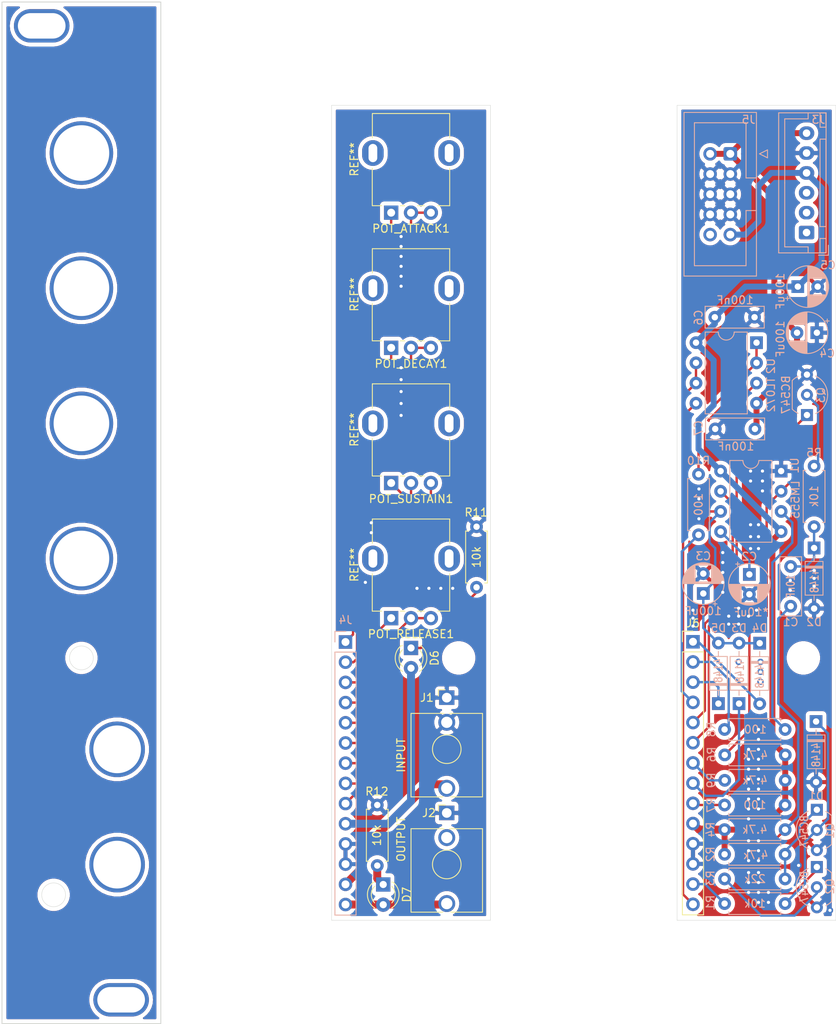
<source format=kicad_pcb>
(kicad_pcb (version 20171130) (host pcbnew 5.1.9+dfsg1-1~bpo10+1)
  (layers (0 F.Cu signal) (31 B.Cu signal hide) (34 B.Paste user hide) (35 F.Paste user hide) (36 B.SilkS user hide) (37 F.SilkS user hide) (38 B.Mask user) (39 F.Mask user hide) (44 Edge.Cuts user))
  (net 0 "")
  (net 1 "Net-(C1-Pad1)")
  (net 2 "Net-(C1-Pad2)")
  (net 3 "Net-(C2-Pad1)")
  (net 4 GND2)
  (net 5 "Net-(C3-Pad1)")
  (net 6 +12V)
  (net 7 -12V)
  (net 8 "Net-(D1-Pad1)")
  (net 9 "Net-(Q1-Pad1)")
  (net 10 "Net-(Q2-Pad2)")
  (net 11 "Net-(Q3-Pad2)")
  (net 12 "Net-(Q3-Pad1)")
  (net 13 "Net-(R8-Pad1)")
  (net 14 "Net-(R10-Pad1)")
  (net 15 "Net-(D6-Pad1)")
  (net 16 "Net-(D7-Pad1)")
  (net 17 B4)
  (net 18 B5)
  (net 19 A_VCC)
  (net 20 A2)
  (net 21 GND1)
  (net 22 A1)
  (net 23 A3)
  (net 24 A4)
  (net 25 A5)
  (net 26 A6)
  (net 27 A7)
  (net 28 A8)
  (net 29 A9)
  (net 30 B1)
  (net 31 B2)
  (net 32 B3)
  (net 33 B6)
  (net 34 B7)
  (net 35 B8)
  (net 36 B9)
  (net 37 A10)
  (net 38 B10)
  (net 39 A11)
  (net 40 B11)
  (module benjiaomodular:PanelHole_AudioJack_3.5mm (layer F.Cu) (at 64.5 127.5)
    (fp_text reference REF** hide)
    (fp_text value PanelHole_AudioJack_3.5mm hide)
    (pad "" thru_hole circle (at 0 6.5 180) (size 7 7) (drill 6) (layers *.Cu *.Mask))
  )
  (module Capacitor_THT:C_Rect_L7.2mm_W2.5mm_P5.00mm_FKS2_FKP2_MKS2_MKP2 (layer B.Cu) (at 149.3 111 270)
    (fp_text reference C1 (at 7 0 180) (layer B.SilkS) (effects (justify mirror)))
    (fp_text value 10nF (at 2.5 0 90) (layer B.SilkS) (effects (font (size 1 0.8)) (justify mirror)))
    (pad 1 thru_hole circle (at 0 0 270) (size 1.6 1.6) (drill 0.8) (layers *.Cu *.Mask) (net 1 "Net-(C1-Pad1)"))
    (pad 2 thru_hole circle (at 5 0 270) (size 1.6 1.6) (drill 0.8) (layers *.Cu *.Mask) (net 2 "Net-(C1-Pad2)"))
  )
  (module Diode_THT:D_DO-35_SOD27_P7.62mm_Horizontal (layer B.Cu) (at 152.5 130.5 270)
    (fp_text reference D1 (at 9.35 0 180) (layer B.SilkS) (effects (justify mirror)))
    (fp_text value 4148 (at 4.2 0 270) (layer B.SilkS) (effects (font (size 1 0.8)) (justify mirror)))
    (pad 2 thru_hole oval (at 7.62 0 270) (size 1.6 1.6) (drill 0.8) (layers *.Cu *.Mask) (net 4 GND2))
    (pad 1 thru_hole rect (at 0 0 270) (size 1.6 1.6) (drill 0.8) (layers *.Cu *.Mask) (net 8 "Net-(D1-Pad1)"))
  )
  (module Resistor_THT:R_Axial_DIN0207_L6.3mm_D2.5mm_P7.62mm_Horizontal (layer B.Cu) (at 152.25 106 90)
    (fp_text reference R5 (at 9.3 0 180) (layer B.SilkS) (effects (justify mirror)))
    (fp_text value 10k (at 3.81 0 90) (layer B.SilkS) (effects (justify mirror)))
    (pad 1 thru_hole circle (at 0 0 90) (size 1.6 1.6) (drill 0.8) (layers *.Cu *.Mask) (net 1 "Net-(C1-Pad1)"))
    (pad 2 thru_hole oval (at 7.62 0 90) (size 1.6 1.6) (drill 0.8) (layers *.Cu *.Mask) (net 11 "Net-(Q3-Pad2)"))
  )
  (module Diode_THT:D_DO-35_SOD27_P7.62mm_Horizontal (layer B.Cu) (at 152.25 108.675 270)
    (fp_text reference D2 (at 9.3 0 180) (layer B.SilkS) (effects (justify mirror)))
    (fp_text value 4148 (at 4.125 -0.05 270) (layer B.SilkS) (effects (font (size 1 0.8)) (justify mirror)))
    (pad 1 thru_hole rect (at 0 0 270) (size 1.6 1.6) (drill 0.8) (layers *.Cu *.Mask) (net 1 "Net-(C1-Pad1)"))
    (pad 2 thru_hole oval (at 7.62 0 270) (size 1.6 1.6) (drill 0.8) (layers *.Cu *.Mask) (net 4 GND2))
  )
  (module Package_TO_SOT_THT:TO-92_Inline_Wide (layer B.Cu) (at 152.6 141.6 270)
    (fp_text reference Q1 (at 2.65 -1.65 270) (layer B.SilkS) (effects (justify mirror)))
    (fp_text value BC547 (at 2.65 1.6 90) (layer B.SilkS) (effects (font (size 1 0.8)) (justify mirror)))
    (pad 1 thru_hole rect (at 0 0 270) (size 1.5 1.5) (drill 0.8) (layers *.Cu *.Mask) (net 9 "Net-(Q1-Pad1)"))
    (pad 3 thru_hole circle (at 5.08 0 270) (size 1.5 1.5) (drill 0.8) (layers *.Cu *.Mask) (net 4 GND2))
    (pad 2 thru_hole circle (at 2.54 0 270) (size 1.5 1.5) (drill 0.8) (layers *.Cu *.Mask) (net 8 "Net-(D1-Pad1)"))
  )
  (module Package_DIP:DIP-8_W7.62mm (layer B.Cu) (at 148.1 99 180)
    (fp_text reference U1 (at -1.7 0.7 90) (layer B.SilkS) (effects (justify mirror)))
    (fp_text value LM555 (at -1.8 -3.6 90) (layer B.SilkS) (effects (justify mirror)))
    (pad 1 thru_hole rect (at 0 0 180) (size 1.6 1.6) (drill 0.8) (layers *.Cu *.Mask) (net 4 GND2))
    (pad 5 thru_hole oval (at 7.62 -7.62 180) (size 1.6 1.6) (drill 0.8) (layers *.Cu *.Mask) (net 3 "Net-(C2-Pad1)"))
    (pad 2 thru_hole oval (at 0 -2.54 180) (size 1.6 1.6) (drill 0.8) (layers *.Cu *.Mask) (net 12 "Net-(Q3-Pad1)"))
    (pad 6 thru_hole oval (at 7.62 -5.08 180) (size 1.6 1.6) (drill 0.8) (layers *.Cu *.Mask) (net 5 "Net-(C3-Pad1)"))
    (pad 3 thru_hole oval (at 0 -5.08 180) (size 1.6 1.6) (drill 0.8) (layers *.Cu *.Mask) (net 13 "Net-(R8-Pad1)"))
    (pad 7 thru_hole oval (at 7.62 -2.54 180) (size 1.6 1.6) (drill 0.8) (layers *.Cu *.Mask) (net 34 B7))
    (pad 4 thru_hole oval (at 0 -7.62 180) (size 1.6 1.6) (drill 0.8) (layers *.Cu *.Mask) (net 6 +12V))
    (pad 8 thru_hole oval (at 7.62 0 180) (size 1.6 1.6) (drill 0.8) (layers *.Cu *.Mask) (net 6 +12V))
  )
  (module Capacitor_THT:CP_Radial_D5.0mm_P2.50mm (layer B.Cu) (at 144.1 112 270)
    (fp_text reference C2 (at -2.25 0 180) (layer B.SilkS) (effects (justify mirror)))
    (fp_text value *10uF (at 4.75 -0.2 180) (layer B.SilkS) (effects (justify mirror)))
    (pad 2 thru_hole circle (at 2.5 0 270) (size 1.6 1.6) (drill 0.8) (layers *.Cu *.Mask) (net 4 GND2))
    (pad 1 thru_hole rect (at 0 0 270) (size 1.6 1.6) (drill 0.8) (layers *.Cu *.Mask) (net 3 "Net-(C2-Pad1)"))
  )
  (module Connector_PinHeader_2.54mm:PinHeader_1x14_P2.54mm_Vertical (layer F.Cu) (at 137 120.47)
    (fp_text reference J6 (at 0 -2.33) (layer F.SilkS))
    (fp_text value MainBoard_Pins)
    (pad 1 thru_hole rect (at 0 0) (size 1.7 1.7) (drill 1) (layers *.Cu *.Mask) (net 32 B3))
    (pad 2 thru_hole oval (at 0 2.54) (size 1.7 1.7) (drill 1) (layers *.Cu *.Mask) (net 17 B4))
    (pad 3 thru_hole oval (at 0 5.08) (size 1.7 1.7) (drill 1) (layers *.Cu *.Mask) (net 18 B5))
    (pad 4 thru_hole oval (at 0 7.62) (size 1.7 1.7) (drill 1) (layers *.Cu *.Mask) (net 33 B6))
    (pad 5 thru_hole oval (at 0 10.16) (size 1.7 1.7) (drill 1) (layers *.Cu *.Mask) (net 34 B7))
    (pad 6 thru_hole oval (at 0 12.7) (size 1.7 1.7) (drill 1) (layers *.Cu *.Mask) (net 35 B8))
    (pad 7 thru_hole oval (at 0 15.24) (size 1.7 1.7) (drill 1) (layers *.Cu *.Mask) (net 36 B9))
    (pad 8 thru_hole oval (at 0 17.78) (size 1.7 1.7) (drill 1) (layers *.Cu *.Mask) (net 38 B10))
    (pad 9 thru_hole oval (at 0 20.32) (size 1.7 1.7) (drill 1) (layers *.Cu *.Mask) (net 40 B11))
    (pad 10 thru_hole oval (at 0 22.86) (size 1.7 1.7) (drill 1) (layers *.Cu *.Mask) (net 6 +12V))
    (pad 11 thru_hole oval (at 0 25.4) (size 1.7 1.7) (drill 1) (layers *.Cu *.Mask) (net 4 GND2))
    (pad 12 thru_hole oval (at 0 27.94) (size 1.7 1.7) (drill 1) (layers *.Cu *.Mask) (net 4 GND2))
    (pad 13 thru_hole oval (at 0 30.48) (size 1.7 1.7) (drill 1) (layers *.Cu *.Mask) (net 30 B1))
    (pad 14 thru_hole oval (at 0 33.02) (size 1.7 1.7) (drill 1) (layers *.Cu *.Mask) (net 31 B2))
  )
  (module Resistor_THT:R_Axial_DIN0207_L6.3mm_D2.5mm_P7.62mm_Horizontal (layer B.Cu) (at 148.6 150.3 180)
    (fp_text reference R3 (at 9.4 0.1 270) (layer B.SilkS) (effects (justify mirror)))
    (fp_text value 22k (at 3.8 0) (layer B.SilkS) (effects (justify mirror)))
    (pad 1 thru_hole circle (at 0 0 180) (size 1.6 1.6) (drill 0.8) (layers *.Cu *.Mask) (net 9 "Net-(Q1-Pad1)"))
    (pad 2 thru_hole oval (at 7.62 0 180) (size 1.6 1.6) (drill 0.8) (layers *.Cu *.Mask) (net 10 "Net-(Q2-Pad2)"))
  )
  (module Resistor_THT:R_Axial_DIN0207_L6.3mm_D2.5mm_P7.62mm_Horizontal (layer B.Cu) (at 148.6 153.4 180)
    (fp_text reference R1 (at 9.4 0.1 270) (layer B.SilkS) (effects (justify mirror)))
    (fp_text value 10k (at 3.8 0) (layer B.SilkS) (effects (justify mirror)))
    (pad 1 thru_hole circle (at 0 0 180) (size 1.6 1.6) (drill 0.8) (layers *.Cu *.Mask) (net 8 "Net-(D1-Pad1)"))
    (pad 2 thru_hole oval (at 7.62 0 180) (size 1.6 1.6) (drill 0.8) (layers *.Cu *.Mask) (net 30 B1))
  )
  (module Package_TO_SOT_THT:TO-92_Inline_Wide (layer B.Cu) (at 152.6 148.8 270)
    (fp_text reference Q2 (at 2.45 -1.65 270) (layer B.SilkS) (effects (justify mirror)))
    (fp_text value BC547 (at 2.45 1.6 90) (layer B.SilkS) (effects (font (size 1 0.8)) (justify mirror)))
    (pad 1 thru_hole rect (at 0 0 270) (size 1.5 1.5) (drill 0.8) (layers *.Cu *.Mask) (net 2 "Net-(C1-Pad2)"))
    (pad 3 thru_hole circle (at 5.08 0 270) (size 1.5 1.5) (drill 0.8) (layers *.Cu *.Mask) (net 4 GND2))
    (pad 2 thru_hole circle (at 2.54 0 270) (size 1.5 1.5) (drill 0.8) (layers *.Cu *.Mask) (net 10 "Net-(Q2-Pad2)"))
  )
  (module Package_TO_SOT_THT:TO-92_Inline_Wide (layer B.Cu) (at 151.35 91.95 90)
    (fp_text reference Q3 (at 2.5 1.75 90) (layer B.SilkS) (effects (justify mirror)))
    (fp_text value BC547 (at 2.55 -2.65 90) (layer B.SilkS) (effects (justify mirror)))
    (pad 1 thru_hole rect (at 0 0 90) (size 1.5 1.5) (drill 0.8) (layers *.Cu *.Mask) (net 12 "Net-(Q3-Pad1)"))
    (pad 3 thru_hole circle (at 5.08 0 90) (size 1.5 1.5) (drill 0.8) (layers *.Cu *.Mask) (net 4 GND2))
    (pad 2 thru_hole circle (at 2.54 0 90) (size 1.5 1.5) (drill 0.8) (layers *.Cu *.Mask) (net 11 "Net-(Q3-Pad2)"))
  )
  (module Resistor_THT:R_Axial_DIN0207_L6.3mm_D2.5mm_P7.62mm_Horizontal (layer B.Cu) (at 141 137.9)
    (fp_text reference R9 (at -1.7 0 270) (layer B.SilkS) (effects (justify mirror)))
    (fp_text value 4.7k (at 3.81 0) (layer B.SilkS) (effects (justify mirror)))
    (pad 2 thru_hole oval (at 7.62 0) (size 1.6 1.6) (drill 0.8) (layers *.Cu *.Mask) (net 6 +12V))
    (pad 1 thru_hole circle (at 0 0) (size 1.6 1.6) (drill 0.8) (layers *.Cu *.Mask) (net 36 B9))
  )
  (module MountingHole:MountingHole_3.2mm_M3 (layer F.Cu) (at 150.9 122.5)
    (fp_text reference REF** hide)
    (fp_text value MountingHole_3.2mm_M3)
    (pad 1 np_thru_hole circle (at 0 0) (size 3.2 3.2) (drill 3.2) (layers *.Cu *.Mask))
  )
  (module benjiaomodular:Potentiometer_RV09 (layer F.Cu) (at 99 117.5 90)
    (fp_text reference POT_RELEASE1 (at -2 2.5 180) (layer F.SilkS))
    (fp_text value 1M)
    (fp_text user REF** (at 6.71 -4.64 270) (layer F.SilkS))
    (pad 1 thru_hole rect (at 0 0 180) (size 1.8 1.8) (drill 1) (layers *.Cu *.Mask) (net 37 A10))
    (pad 3 thru_hole circle (at 0 5 180) (size 1.8 1.8) (drill 1) (layers *.Cu *.Mask) (net 39 A11))
    (pad 2 thru_hole circle (at 0 2.5 180) (size 1.8 1.8) (drill 1) (layers *.Cu *.Mask) (net 39 A11))
    (pad "" thru_hole oval (at 7.5 7.3 180) (size 2.72 3.24) (drill oval 1.1 2.3) (layers *.Cu *.Mask))
    (pad "" thru_hole oval (at 7.5 -2.3 180) (size 2.72 3.24) (drill oval 1.1 2.3) (layers *.Cu *.Mask))
  )
  (module MountingHole:MountingHole_3.2mm_M3 (layer F.Cu) (at 107.5 122.5)
    (fp_text reference REF** hide)
    (fp_text value MountingHole_3.2mm_M3)
    (pad 1 np_thru_hole circle (at 0 0) (size 3.2 3.2) (drill 3.2) (layers *.Cu *.Mask))
  )
  (module benjiaomodular:AudioJack_3.5mm (layer F.Cu) (at 106 127.5)
    (fp_text reference J1 (at -2.5 0) (layer F.SilkS))
    (fp_text value INPUT (at -5.75 7.25 90) (layer F.SilkS))
    (pad S thru_hole rect (at 0 0 180) (size 1.93 1.83) (drill 1.22) (layers *.Cu *.Mask) (net 21 GND1))
    (pad TN thru_hole circle (at 0 3.1 180) (size 2.13 2.13) (drill 1.42) (layers *.Cu *.Mask) (net 21 GND1))
    (pad T thru_hole circle (at 0 11.4 180) (size 2.13 2.13) (drill 1.43) (layers *.Cu *.Mask) (net 22 A1))
  )
  (module Resistor_THT:R_Axial_DIN0207_L6.3mm_D2.5mm_P7.62mm_Horizontal (layer F.Cu) (at 97.25 141 270)
    (fp_text reference R12 (at -1.7 0.05 180) (layer F.SilkS))
    (fp_text value 10k (at 3.8 0.05 90) (layer F.SilkS))
    (pad 1 thru_hole circle (at 0 0 270) (size 1.6 1.6) (drill 0.8) (layers *.Cu *.Mask) (net 21 GND1))
    (pad 2 thru_hole oval (at 7.62 0 270) (size 1.6 1.6) (drill 0.8) (layers *.Cu *.Mask) (net 16 "Net-(D7-Pad1)"))
  )
  (module Resistor_THT:R_Axial_DIN0207_L6.3mm_D2.5mm_P7.62mm_Horizontal (layer F.Cu) (at 109.75 106 270)
    (fp_text reference R11 (at -1.8 0.05 180) (layer F.SilkS))
    (fp_text value 10k (at 3.81 0 90) (layer F.SilkS))
    (pad 2 thru_hole oval (at 7.62 0 270) (size 1.6 1.6) (drill 0.8) (layers *.Cu *.Mask) (net 15 "Net-(D6-Pad1)"))
    (pad 1 thru_hole circle (at 0 0 270) (size 1.6 1.6) (drill 0.8) (layers *.Cu *.Mask) (net 21 GND1))
  )
  (module Resistor_THT:R_Axial_DIN0207_L6.3mm_D2.5mm_P7.62mm_Horizontal (layer B.Cu) (at 137.7 99.4 270)
    (fp_text reference R10 (at -1.7 0 180) (layer B.SilkS) (effects (justify mirror)))
    (fp_text value 100 (at 3.8 0 90) (layer B.SilkS) (effects (justify mirror)))
    (pad 2 thru_hole oval (at 7.62 0 270) (size 1.6 1.6) (drill 0.8) (layers *.Cu *.Mask) (net 33 B6))
    (pad 1 thru_hole circle (at 0 0 270) (size 1.6 1.6) (drill 0.8) (layers *.Cu *.Mask) (net 14 "Net-(R10-Pad1)"))
  )
  (module Resistor_THT:R_Axial_DIN0207_L6.3mm_D2.5mm_P7.62mm_Horizontal (layer B.Cu) (at 148.6 131.5 180)
    (fp_text reference R8 (at 9.3 0 270) (layer B.SilkS) (effects (justify mirror)))
    (fp_text value 100 (at 3.75 0) (layer B.SilkS) (effects (justify mirror)))
    (pad 1 thru_hole circle (at 0 0 180) (size 1.6 1.6) (drill 0.8) (layers *.Cu *.Mask) (net 13 "Net-(R8-Pad1)"))
    (pad 2 thru_hole oval (at 7.62 0 180) (size 1.6 1.6) (drill 0.8) (layers *.Cu *.Mask) (net 17 B4))
  )
  (module Resistor_THT:R_Axial_DIN0207_L6.3mm_D2.5mm_P7.62mm_Horizontal (layer B.Cu) (at 148.6 141 180)
    (fp_text reference R7 (at 9.3 0 270) (layer B.SilkS) (effects (justify mirror)))
    (fp_text value 100 (at 3.81 0) (layer B.SilkS) (effects (justify mirror)))
    (pad 1 thru_hole circle (at 0 0 180) (size 1.6 1.6) (drill 0.8) (layers *.Cu *.Mask) (net 6 +12V))
    (pad 2 thru_hole oval (at 7.62 0 180) (size 1.6 1.6) (drill 0.8) (layers *.Cu *.Mask) (net 40 B11))
  )
  (module Resistor_THT:R_Axial_DIN0207_L6.3mm_D2.5mm_P7.62mm_Horizontal (layer B.Cu) (at 141 134.7)
    (fp_text reference R6 (at -1.65 -0.05 270) (layer B.SilkS) (effects (justify mirror)))
    (fp_text value 4.7k (at 3.85 0.05) (layer B.SilkS) (effects (justify mirror)))
    (pad 2 thru_hole oval (at 7.62 0) (size 1.6 1.6) (drill 0.8) (layers *.Cu *.Mask) (net 6 +12V))
    (pad 1 thru_hole circle (at 0 0) (size 1.6 1.6) (drill 0.8) (layers *.Cu *.Mask) (net 12 "Net-(Q3-Pad1)"))
  )
  (module Resistor_THT:R_Axial_DIN0207_L6.3mm_D2.5mm_P7.62mm_Horizontal (layer B.Cu) (at 148.6 144.1 180)
    (fp_text reference R4 (at 9.4 0 270) (layer B.SilkS) (effects (justify mirror)))
    (fp_text value 4.7k (at 3.81 0) (layer B.SilkS) (effects (justify mirror)))
    (pad 2 thru_hole oval (at 7.62 0 180) (size 1.6 1.6) (drill 0.8) (layers *.Cu *.Mask) (net 6 +12V))
    (pad 1 thru_hole circle (at 0 0 180) (size 1.6 1.6) (drill 0.8) (layers *.Cu *.Mask) (net 2 "Net-(C1-Pad2)"))
  )
  (module Resistor_THT:R_Axial_DIN0207_L6.3mm_D2.5mm_P7.62mm_Horizontal (layer B.Cu) (at 148.6 147.2 180)
    (fp_text reference R2 (at 9.4 0 270) (layer B.SilkS) (effects (justify mirror)))
    (fp_text value 4.7k (at 3.7 -0.1) (layer B.SilkS) (effects (justify mirror)))
    (pad 2 thru_hole oval (at 7.62 0 180) (size 1.6 1.6) (drill 0.8) (layers *.Cu *.Mask) (net 6 +12V))
    (pad 1 thru_hole circle (at 0 0 180) (size 1.6 1.6) (drill 0.8) (layers *.Cu *.Mask) (net 9 "Net-(Q1-Pad1)"))
  )
  (module benjiaomodular:PanelHole_Potentiometer_RV09 (layer F.Cu) (at 57.5 117.5 90)
    (fp_text reference REF** hide)
    (fp_text value PanelHole_Potentiometer_RV09 hide)
    (pad "" thru_hole circle (at 7.5 2.5 180) (size 8 8) (drill 7) (layers *.Cu *.Mask))
  )
  (module benjiaomodular:PanelHole_Potentiometer_RV09 (layer F.Cu) (at 57.5 100.5 90)
    (fp_text reference REF** hide)
    (fp_text value PanelHole_Potentiometer_RV09 hide)
    (pad "" thru_hole circle (at 7.5 2.5 180) (size 8 8) (drill 7) (layers *.Cu *.Mask))
  )
  (module benjiaomodular:PanelHole_Potentiometer_RV09 (layer F.Cu) (at 57.5 83.5 90)
    (fp_text reference REF** hide)
    (fp_text value PanelHole_Potentiometer_RV09 hide)
    (pad "" thru_hole circle (at 7.5 2.5 180) (size 8 8) (drill 7) (layers *.Cu *.Mask))
  )
  (module benjiaomodular:PanelHole_Potentiometer_RV09 (layer F.Cu) (at 57.5 66.5 90)
    (fp_text reference REF** hide)
    (fp_text value PanelHole_Potentiometer_RV09 hide)
    (pad "" thru_hole circle (at 7.5 2.5 180) (size 8 8) (drill 7) (layers *.Cu *.Mask))
  )
  (module benjiaomodular:Panel_4HP (layer F.Cu) (at 50 40)
    (fp_text reference REF** hide)
    (fp_text value Panel_4HP)
    (pad 1 thru_hole oval (at 15 125.5) (size 7 4.2) (drill oval 6 3.2) (layers *.Cu *.Mask))
    (pad 1 thru_hole oval (at 5 3) (size 7 4.2) (drill oval 6 3.2) (layers *.Cu *.Mask))
  )
  (module benjiaomodular:PanelHole_AudioJack_3.5mm (layer F.Cu) (at 64.5 142)
    (fp_text reference REF** hide)
    (fp_text value PanelHole_AudioJack_3.5mm hide)
    (pad "" thru_hole circle (at 0 6.5 180) (size 7 7) (drill 6) (layers *.Cu *.Mask))
  )
  (module Capacitor_THT:CP_Radial_D5.0mm_P2.50mm (layer B.Cu) (at 138.3 114.4 90)
    (fp_text reference C3 (at 4.7 0 180) (layer B.SilkS) (effects (justify mirror)))
    (fp_text value 100uF (at -2.2 0 180) (layer B.SilkS) (effects (justify mirror)))
    (pad 1 thru_hole rect (at 0 0 90) (size 1.6 1.6) (drill 0.8) (layers *.Cu *.Mask) (net 5 "Net-(C3-Pad1)"))
    (pad 2 thru_hole circle (at 2.5 0 90) (size 1.6 1.6) (drill 0.8) (layers *.Cu *.Mask) (net 4 GND2))
  )
  (module Capacitor_THT:CP_Radial_D5.0mm_P2.50mm (layer B.Cu) (at 150.2 75.8)
    (fp_text reference C4 (at 3.7 8.4 180) (layer B.SilkS) (effects (justify mirror)))
    (fp_text value 100uF (at -2.2 0.6 90) (layer B.SilkS) (effects (justify mirror)))
    (pad 2 thru_hole circle (at 2.5 0) (size 1.6 1.6) (drill 0.8) (layers *.Cu *.Mask) (net 4 GND2))
    (pad 1 thru_hole rect (at 0 0) (size 1.6 1.6) (drill 0.8) (layers *.Cu *.Mask) (net 6 +12V))
  )
  (module Capacitor_THT:CP_Radial_D5.0mm_P2.50mm (layer B.Cu) (at 152.6 81.6 180)
    (fp_text reference C5 (at -1.4 8.5 180) (layer B.SilkS) (effects (justify mirror)))
    (fp_text value 100uF (at 4.6 -0.8 90) (layer B.SilkS) (effects (justify mirror)))
    (pad 1 thru_hole rect (at 0 0 180) (size 1.6 1.6) (drill 0.8) (layers *.Cu *.Mask) (net 4 GND2))
    (pad 2 thru_hole circle (at 2.5 0 180) (size 1.6 1.6) (drill 0.8) (layers *.Cu *.Mask) (net 7 -12V))
  )
  (module Capacitor_THT:C_Rect_L7.2mm_W2.5mm_P5.00mm_FKS2_FKP2_MKS2_MKP2 (layer B.Cu) (at 139.75 79.65)
    (fp_text reference C6 (at -2.05 0.05 90) (layer B.SilkS) (effects (justify mirror)))
    (fp_text value 100nF (at 2.55 -2.15) (layer B.SilkS) (effects (justify mirror)))
    (pad 2 thru_hole circle (at 5 0) (size 1.6 1.6) (drill 0.8) (layers *.Cu *.Mask) (net 4 GND2))
    (pad 1 thru_hole circle (at 0 0) (size 1.6 1.6) (drill 0.8) (layers *.Cu *.Mask) (net 6 +12V))
  )
  (module Capacitor_THT:C_Rect_L7.2mm_W2.5mm_P5.00mm_FKS2_FKP2_MKS2_MKP2 (layer B.Cu) (at 139.8 93.7)
    (fp_text reference C7 (at -2.1 -0.1 90) (layer B.SilkS) (effects (justify mirror)))
    (fp_text value 100nF (at 2.6 2.2) (layer B.SilkS) (effects (justify mirror)))
    (pad 1 thru_hole circle (at 0 0) (size 1.6 1.6) (drill 0.8) (layers *.Cu *.Mask) (net 4 GND2))
    (pad 2 thru_hole circle (at 5 0) (size 1.6 1.6) (drill 0.8) (layers *.Cu *.Mask) (net 7 -12V))
  )
  (module Diode_THT:D_DO-35_SOD27_P7.62mm_Horizontal (layer B.Cu) (at 142.8 128.25 90)
    (fp_text reference D3 (at 9.5 0) (layer B.SilkS) (effects (justify mirror)))
    (fp_text value 4148 (at 4.15 0.1 90) (layer B.SilkS) (effects (font (size 1 0.8)) (justify mirror)))
    (pad 2 thru_hole oval (at 7.62 0 90) (size 1.6 1.6) (drill 0.8) (layers *.Cu *.Mask) (net 5 "Net-(C3-Pad1)"))
    (pad 1 thru_hole rect (at 0 0 90) (size 1.6 1.6) (drill 0.8) (layers *.Cu *.Mask) (net 38 B10))
  )
  (module Diode_THT:D_DO-35_SOD27_P7.62mm_Horizontal (layer B.Cu) (at 145.4 120.65 270)
    (fp_text reference D4 (at -1.9 0 180) (layer B.SilkS) (effects (justify mirror)))
    (fp_text value 4148 (at 4.15 0 90) (layer B.SilkS) (effects (font (size 1 0.8)) (justify mirror)))
    (pad 1 thru_hole rect (at 0 0 270) (size 1.6 1.6) (drill 0.8) (layers *.Cu *.Mask) (net 5 "Net-(C3-Pad1)"))
    (pad 2 thru_hole oval (at 7.62 0 270) (size 1.6 1.6) (drill 0.8) (layers *.Cu *.Mask) (net 32 B3))
  )
  (module Diode_THT:D_DO-35_SOD27_P7.62mm_Horizontal (layer B.Cu) (at 140.2 128.25 90)
    (fp_text reference D5 (at 9.5 0 180) (layer B.SilkS) (effects (justify mirror)))
    (fp_text value 4148 (at 4.15 0 90) (layer B.SilkS) (effects (font (size 1 0.8)) (justify mirror)))
    (pad 1 thru_hole rect (at 0 0 90) (size 1.6 1.6) (drill 0.8) (layers *.Cu *.Mask) (net 18 B5))
    (pad 2 thru_hole oval (at 7.62 0 90) (size 1.6 1.6) (drill 0.8) (layers *.Cu *.Mask) (net 5 "Net-(C3-Pad1)"))
  )
  (module Connector_JST:JST_XH_B6B-XH-A_1x06_P2.50mm_Vertical (layer B.Cu) (at 151.3 69 90)
    (fp_text reference J3 (at 14.2 1.5) (layer B.SilkS) (effects (justify mirror)))
    (fp_text value JST_BUS)
    (pad 1 thru_hole roundrect (at 0 0 90) (size 1.7 1.95) (drill 0.95) (layers *.Cu *.Mask) (roundrect_rratio 0.1470588235294118))
    (pad 2 thru_hole oval (at 2.5 0 90) (size 1.7 1.95) (drill 0.95) (layers *.Cu *.Mask))
    (pad 3 thru_hole oval (at 5 0 90) (size 1.7 1.95) (drill 0.95) (layers *.Cu *.Mask))
    (pad 4 thru_hole oval (at 7.5 0 90) (size 1.7 1.95) (drill 0.95) (layers *.Cu *.Mask) (net 6 +12V))
    (pad 5 thru_hole oval (at 10 0 90) (size 1.7 1.95) (drill 0.95) (layers *.Cu *.Mask) (net 4 GND2))
    (pad 6 thru_hole oval (at 12.5 0 90) (size 1.7 1.95) (drill 0.95) (layers *.Cu *.Mask) (net 7 -12V))
  )
  (module Connector_IDC:IDC-Header_2x05_P2.54mm_Vertical (layer B.Cu) (at 141.7 59.1 180)
    (fp_text reference J5 (at -2.3 4.3) (layer B.SilkS) (effects (justify mirror)))
    (fp_text value IDC_BUS)
    (pad 1 thru_hole roundrect (at 0 0 180) (size 1.7 1.7) (drill 1) (layers *.Cu *.Mask) (roundrect_rratio 0.1470588235294118) (net 7 -12V))
    (pad 3 thru_hole circle (at 0 -2.54 180) (size 1.7 1.7) (drill 1) (layers *.Cu *.Mask) (net 4 GND2))
    (pad 5 thru_hole circle (at 0 -5.08 180) (size 1.7 1.7) (drill 1) (layers *.Cu *.Mask) (net 4 GND2))
    (pad 7 thru_hole circle (at 0 -7.62 180) (size 1.7 1.7) (drill 1) (layers *.Cu *.Mask) (net 4 GND2))
    (pad 9 thru_hole circle (at 0 -10.16 180) (size 1.7 1.7) (drill 1) (layers *.Cu *.Mask) (net 6 +12V))
    (pad 2 thru_hole circle (at 2.54 0 180) (size 1.7 1.7) (drill 1) (layers *.Cu *.Mask) (net 7 -12V))
    (pad 4 thru_hole circle (at 2.54 -2.54 180) (size 1.7 1.7) (drill 1) (layers *.Cu *.Mask) (net 4 GND2))
    (pad 6 thru_hole circle (at 2.54 -5.08 180) (size 1.7 1.7) (drill 1) (layers *.Cu *.Mask) (net 4 GND2))
    (pad 8 thru_hole circle (at 2.54 -7.62 180) (size 1.7 1.7) (drill 1) (layers *.Cu *.Mask) (net 4 GND2))
    (pad 10 thru_hole circle (at 2.54 -10.16 180) (size 1.7 1.7) (drill 1) (layers *.Cu *.Mask) (net 6 +12V))
  )
  (module benjiaomodular:Potentiometer_RV09 (layer F.Cu) (at 99 66.5 90)
    (fp_text reference POT_ATTACK1 (at -2 2.5 180) (layer F.SilkS))
    (fp_text value 1M)
    (fp_text user REF** (at 6.71 -4.64 270) (layer F.SilkS))
    (pad "" thru_hole oval (at 7.5 -2.3 180) (size 2.72 3.24) (drill oval 1.1 2.3) (layers *.Cu *.Mask))
    (pad "" thru_hole oval (at 7.5 7.3 180) (size 2.72 3.24) (drill oval 1.1 2.3) (layers *.Cu *.Mask))
    (pad 2 thru_hole circle (at 0 2.5 180) (size 1.8 1.8) (drill 1) (layers *.Cu *.Mask) (net 24 A4))
    (pad 3 thru_hole circle (at 0 5 180) (size 1.8 1.8) (drill 1) (layers *.Cu *.Mask) (net 24 A4))
    (pad 1 thru_hole rect (at 0 0 180) (size 1.8 1.8) (drill 1) (layers *.Cu *.Mask) (net 23 A3))
  )
  (module benjiaomodular:Potentiometer_RV09 (layer F.Cu) (at 99 83.5 90)
    (fp_text reference POT_DECAY1 (at -2 2.5 180) (layer F.SilkS))
    (fp_text value 1M)
    (fp_text user REF** (at 6.71 -4.64 270) (layer F.SilkS))
    (pad "" thru_hole oval (at 7.5 -2.3 180) (size 2.72 3.24) (drill oval 1.1 2.3) (layers *.Cu *.Mask))
    (pad "" thru_hole oval (at 7.5 7.3 180) (size 2.72 3.24) (drill oval 1.1 2.3) (layers *.Cu *.Mask))
    (pad 2 thru_hole circle (at 0 2.5 180) (size 1.8 1.8) (drill 1) (layers *.Cu *.Mask) (net 26 A6))
    (pad 3 thru_hole circle (at 0 5 180) (size 1.8 1.8) (drill 1) (layers *.Cu *.Mask) (net 26 A6))
    (pad 1 thru_hole rect (at 0 0 180) (size 1.8 1.8) (drill 1) (layers *.Cu *.Mask) (net 25 A5))
  )
  (module benjiaomodular:Potentiometer_RV09 (layer F.Cu) (at 99 100.5 90)
    (fp_text reference POT_SUSTAIN1 (at -2 2.5 180) (layer F.SilkS))
    (fp_text value 1M)
    (fp_text user REF** (at 6.71 -4.64 270) (layer F.SilkS))
    (pad 1 thru_hole rect (at 0 0 180) (size 1.8 1.8) (drill 1) (layers *.Cu *.Mask) (net 27 A7))
    (pad 3 thru_hole circle (at 0 5 180) (size 1.8 1.8) (drill 1) (layers *.Cu *.Mask) (net 29 A9))
    (pad 2 thru_hole circle (at 0 2.5 180) (size 1.8 1.8) (drill 1) (layers *.Cu *.Mask) (net 28 A8))
    (pad "" thru_hole oval (at 7.5 7.3 180) (size 2.72 3.24) (drill oval 1.1 2.3) (layers *.Cu *.Mask))
    (pad "" thru_hole oval (at 7.5 -2.3 180) (size 2.72 3.24) (drill oval 1.1 2.3) (layers *.Cu *.Mask))
  )
  (module Package_DIP:DIP-8_W7.62mm (layer B.Cu) (at 145 82.85 180)
    (fp_text reference U2 (at -1.8 -2.95 90) (layer B.SilkS) (effects (justify mirror)))
    (fp_text value TL072 (at -1.8 -6.55 90) (layer B.SilkS) (effects (justify mirror)))
    (pad 8 thru_hole oval (at 7.62 0 180) (size 1.6 1.6) (drill 0.8) (layers *.Cu *.Mask) (net 6 +12V))
    (pad 4 thru_hole oval (at 0 -7.62 180) (size 1.6 1.6) (drill 0.8) (layers *.Cu *.Mask) (net 7 -12V))
    (pad 7 thru_hole oval (at 7.62 -2.54 180) (size 1.6 1.6) (drill 0.8) (layers *.Cu *.Mask) (net 31 B2))
    (pad 3 thru_hole oval (at 0 -5.08 180) (size 1.6 1.6) (drill 0.8) (layers *.Cu *.Mask) (net 35 B8))
    (pad 6 thru_hole oval (at 7.62 -5.08 180) (size 1.6 1.6) (drill 0.8) (layers *.Cu *.Mask) (net 31 B2))
    (pad 2 thru_hole oval (at 0 -2.54 180) (size 1.6 1.6) (drill 0.8) (layers *.Cu *.Mask) (net 14 "Net-(R10-Pad1)"))
    (pad 5 thru_hole oval (at 7.62 -7.62 180) (size 1.6 1.6) (drill 0.8) (layers *.Cu *.Mask) (net 5 "Net-(C3-Pad1)"))
    (pad 1 thru_hole rect (at 0 0 180) (size 1.6 1.6) (drill 0.8) (layers *.Cu *.Mask) (net 14 "Net-(R10-Pad1)"))
  )
  (module LED_THT:LED_D3.0mm (layer F.Cu) (at 101.5 121.25 270)
    (fp_text reference D6 (at 1.27 -2.96 90) (layer F.SilkS))
    (fp_text value PWR_LED)
    (pad 2 thru_hole circle (at 2.54 0 270) (size 1.8 1.8) (drill 0.9) (layers *.Cu *.Mask) (net 19 A_VCC))
    (pad 1 thru_hole rect (at 0 0 270) (size 1.8 1.8) (drill 0.9) (layers *.Cu *.Mask) (net 15 "Net-(D6-Pad1)"))
  )
  (module LED_THT:LED_D3.0mm (layer F.Cu) (at 98 151 270)
    (fp_text reference D7 (at 1.27 -2.96 90) (layer F.SilkS))
    (fp_text value OUTPUT_LED)
    (pad 1 thru_hole rect (at 0 0 270) (size 1.8 1.8) (drill 0.9) (layers *.Cu *.Mask) (net 16 "Net-(D7-Pad1)"))
    (pad 2 thru_hole circle (at 2.54 0 270) (size 1.8 1.8) (drill 0.9) (layers *.Cu *.Mask) (net 20 A2))
  )
  (module benjiaomodular:AudioJack_3.5mm (layer F.Cu) (at 106 142)
    (fp_text reference J2 (at -2.25 0) (layer F.SilkS))
    (fp_text value OUTPUT (at -5.75 3.3 90) (layer F.SilkS))
    (pad S thru_hole rect (at 0 0 180) (size 1.93 1.83) (drill 1.22) (layers *.Cu *.Mask) (net 21 GND1))
    (pad TN thru_hole circle (at 0 3.1 180) (size 2.13 2.13) (drill 1.42) (layers *.Cu *.Mask))
    (pad T thru_hole circle (at 0 11.4 180) (size 2.13 2.13) (drill 1.43) (layers *.Cu *.Mask) (net 20 A2))
  )
  (module Connector_PinSocket_2.54mm:PinSocket_1x14_P2.54mm_Vertical (layer B.Cu) (at 93.25 120.5 180)
    (fp_text reference J4 (at 0 2.77) (layer B.SilkS) (effects (justify mirror)))
    (fp_text value ControlBoard_Pins)
    (pad 1 thru_hole rect (at 0 0 180) (size 1.7 1.7) (drill 1) (layers *.Cu *.Mask) (net 23 A3))
    (pad 2 thru_hole oval (at 0 -2.54 180) (size 1.7 1.7) (drill 1) (layers *.Cu *.Mask) (net 24 A4))
    (pad 3 thru_hole oval (at 0 -5.08 180) (size 1.7 1.7) (drill 1) (layers *.Cu *.Mask) (net 25 A5))
    (pad 4 thru_hole oval (at 0 -7.62 180) (size 1.7 1.7) (drill 1) (layers *.Cu *.Mask) (net 26 A6))
    (pad 5 thru_hole oval (at 0 -10.16 180) (size 1.7 1.7) (drill 1) (layers *.Cu *.Mask) (net 27 A7))
    (pad 6 thru_hole oval (at 0 -12.7 180) (size 1.7 1.7) (drill 1) (layers *.Cu *.Mask) (net 28 A8))
    (pad 7 thru_hole oval (at 0 -15.24 180) (size 1.7 1.7) (drill 1) (layers *.Cu *.Mask) (net 29 A9))
    (pad 8 thru_hole oval (at 0 -17.78 180) (size 1.7 1.7) (drill 1) (layers *.Cu *.Mask) (net 37 A10))
    (pad 9 thru_hole oval (at 0 -20.32 180) (size 1.7 1.7) (drill 1) (layers *.Cu *.Mask) (net 39 A11))
    (pad 10 thru_hole oval (at 0 -22.86 180) (size 1.7 1.7) (drill 1) (layers *.Cu *.Mask) (net 19 A_VCC))
    (pad 11 thru_hole oval (at 0 -25.4 180) (size 1.7 1.7) (drill 1) (layers *.Cu *.Mask) (net 21 GND1))
    (pad 12 thru_hole oval (at 0 -27.94 180) (size 1.7 1.7) (drill 1) (layers *.Cu *.Mask) (net 21 GND1))
    (pad 13 thru_hole oval (at 0 -30.48 180) (size 1.7 1.7) (drill 1) (layers *.Cu *.Mask) (net 22 A1))
    (pad 14 thru_hole oval (at 0 -33.02 180) (size 1.7 1.7) (drill 1) (layers *.Cu *.Mask) (net 20 A2))
  )
  (gr_circle (center 60 122.5) (end 61.5 122.5) (layer Edge.Cuts) (width 0.05))
  (gr_circle (center 56.5 152.3) (end 58 152.3) (layer Edge.Cuts) (width 0.05))
  (gr_line (start 135 155.5) (end 135 53) (layer Edge.Cuts) (width 0.05))
  (gr_line (start 155 155.5) (end 135 155.5) (layer Edge.Cuts) (width 0.05))
  (gr_line (start 155 53) (end 155 155.5) (layer Edge.Cuts) (width 0.05))
  (gr_line (start 135 53) (end 155 53) (layer Edge.Cuts) (width 0.05))
  (gr_line (start 91.5 155.5) (end 91.5 53) (layer Edge.Cuts) (width 0.05))
  (gr_line (start 111.5 155.5) (end 91.5 155.5) (layer Edge.Cuts) (width 0.05))
  (gr_line (start 111.5 53) (end 111.5 155.5) (layer Edge.Cuts) (width 0.05))
  (gr_line (start 91.5 53) (end 111.5 53) (layer Edge.Cuts) (width 0.05))
  (gr_line (start 70 40) (end 70 168.5) (layer Edge.Cuts) (width 0.1))
  (gr_line (start 50 40) (end 70 40) (layer Edge.Cuts) (width 0.1))
  (gr_line (start 50 168.5) (end 50 40) (layer Edge.Cuts) (width 0.1))
  (gr_line (start 70 168.5) (end 50 168.5) (layer Edge.Cuts) (width 0.1))
  (via (at 145.5 123) (size 0.8) (drill 0.4) (layers F.Cu B.Cu) (net 0))
  (via (at 145.5 124.25) (size 0.8) (drill 0.4) (layers F.Cu B.Cu) (net 0))
  (via (at 145.5 125.5) (size 0.8) (drill 0.4) (layers F.Cu B.Cu) (net 0))
  (via (at 142.75 123) (size 0.8) (drill 0.4) (layers F.Cu B.Cu) (net 0))
  (segment (start 152.25 106) (end 152.25 108.675) (width 0.3) (layer B.Cu) (net 1))
  (segment (start 151.25 111) (end 149.3 111) (width 0.3) (layer B.Cu) (net 1))
  (segment (start 152.25 108.675) (end 152.25 110) (width 0.3) (layer B.Cu) (net 1))
  (segment (start 152.25 110) (end 151.25 111) (width 0.3) (layer B.Cu) (net 1))
  (segment (start 147.15 151.15) (end 147.15 145.55) (width 0.3) (layer F.Cu) (net 2))
  (segment (start 148.1 152.1) (end 147.15 151.15) (width 0.3) (layer F.Cu) (net 2))
  (segment (start 147.15 145.55) (end 148.6 144.1) (width 0.3) (layer F.Cu) (net 2))
  (segment (start 149.65 152.1) (end 148.1 152.1) (width 0.3) (layer F.Cu) (net 2))
  (segment (start 152.6 148.8) (end 152.6 149.15) (width 0.3) (layer F.Cu) (net 2))
  (segment (start 152.6 149.15) (end 149.65 152.1) (width 0.3) (layer F.Cu) (net 2))
  (segment (start 150.25 142.45) (end 148.6 144.1) (width 0.3) (layer B.Cu) (net 2))
  (segment (start 147.75 128.25) (end 150.25 130.75) (width 0.3) (layer B.Cu) (net 2))
  (segment (start 150.25 130.75) (end 150.25 142.45) (width 0.3) (layer B.Cu) (net 2))
  (segment (start 149.3 116) (end 147.75 117.55) (width 0.3) (layer B.Cu) (net 2))
  (segment (start 147.75 117.55) (end 147.75 128.25) (width 0.3) (layer B.Cu) (net 2))
  (segment (start 144.1 110.24) (end 140.48 106.62) (width 0.3) (layer B.Cu) (net 3))
  (segment (start 144.1 112) (end 144.1 110.24) (width 0.3) (layer B.Cu) (net 3))
  (via (at 154.25 154.25) (size 0.8) (drill 0.4) (layers F.Cu B.Cu) (net 4))
  (via (at 150.3 148.6) (size 0.8) (drill 0.4) (layers F.Cu B.Cu) (net 4))
  (via (at 144 117.25) (size 0.8) (drill 0.4) (layers F.Cu B.Cu) (net 4))
  (via (at 142.75 117.25) (size 0.8) (drill 0.4) (layers F.Cu B.Cu) (net 4))
  (via (at 141.5 117.25) (size 0.8) (drill 0.4) (layers F.Cu B.Cu) (net 4))
  (via (at 137 116.5) (size 0.8) (drill 0.4) (layers F.Cu B.Cu) (net 4))
  (via (at 137 117.5) (size 0.8) (drill 0.4) (layers F.Cu B.Cu) (net 4))
  (via (at 137 118.5) (size 0.8) (drill 0.4) (layers F.Cu B.Cu) (net 4))
  (via (at 144.25 108.75) (size 0.8) (drill 0.4) (layers F.Cu B.Cu) (net 4))
  (via (at 145.25 108.75) (size 0.8) (drill 0.4) (layers F.Cu B.Cu) (net 4))
  (via (at 142.75 116.25) (size 0.8) (drill 0.4) (layers F.Cu B.Cu) (net 4))
  (via (at 142.75 118.25) (size 0.8) (drill 0.4) (layers F.Cu B.Cu) (net 4))
  (via (at 141.5 118.25) (size 0.8) (drill 0.4) (layers F.Cu B.Cu) (net 4))
  (via (at 140.75 114.25) (size 0.8) (drill 0.4) (layers F.Cu B.Cu) (net 4))
  (via (at 140.75 113) (size 0.8) (drill 0.4) (layers F.Cu B.Cu) (net 4))
  (via (at 140.75 111.75) (size 0.8) (drill 0.4) (layers F.Cu B.Cu) (net 4))
  (via (at 145 116.5) (size 0.8) (drill 0.4) (layers F.Cu B.Cu) (net 4))
  (via (at 152.25 113.5) (size 0.8) (drill 0.4) (layers F.Cu B.Cu) (net 4))
  (via (at 152.25 112.5) (size 0.8) (drill 0.4) (layers F.Cu B.Cu) (net 4))
  (via (at 152.25 111.5) (size 0.8) (drill 0.4) (layers F.Cu B.Cu) (net 4))
  (via (at 149.25 112.75) (size 0.8) (drill 0.4) (layers F.Cu B.Cu) (net 4))
  (via (at 149.25 114) (size 0.8) (drill 0.4) (layers F.Cu B.Cu) (net 4))
  (via (at 145.75 99) (size 0.8) (drill 0.4) (layers F.Cu B.Cu) (net 4))
  (via (at 145.75 100.25) (size 0.8) (drill 0.4) (layers F.Cu B.Cu) (net 4))
  (via (at 145.75 101.5) (size 0.8) (drill 0.4) (layers F.Cu B.Cu) (net 4))
  (via (at 144.25 100.25) (size 0.8) (drill 0.4) (layers F.Cu B.Cu) (net 4))
  (via (at 144.25 99) (size 0.8) (drill 0.4) (layers F.Cu B.Cu) (net 4))
  (via (at 144.25 105.75) (size 0.8) (drill 0.4) (layers F.Cu B.Cu) (net 4))
  (via (at 145.25 105.75) (size 0.8) (drill 0.4) (layers F.Cu B.Cu) (net 4))
  (via (at 145.25 107.25) (size 0.8) (drill 0.4) (layers F.Cu B.Cu) (net 4))
  (via (at 144.25 107.25) (size 0.8) (drill 0.4) (layers F.Cu B.Cu) (net 4))
  (via (at 140.75 110.5) (size 0.8) (drill 0.4) (layers F.Cu B.Cu) (net 4))
  (via (at 140.75 109.25) (size 0.8) (drill 0.4) (layers F.Cu B.Cu) (net 4))
  (via (at 145.25 131.5) (size 0.8) (drill 0.4) (layers F.Cu B.Cu) (net 4))
  (via (at 145.25 132.75) (size 0.8) (drill 0.4) (layers F.Cu B.Cu) (net 4))
  (via (at 145.25 134) (size 0.8) (drill 0.4) (layers F.Cu B.Cu) (net 4))
  (via (at 145.25 135.25) (size 0.8) (drill 0.4) (layers F.Cu B.Cu) (net 4))
  (via (at 145.25 136.5) (size 0.8) (drill 0.4) (layers F.Cu B.Cu) (net 4))
  (via (at 145.25 137.75) (size 0.8) (drill 0.4) (layers F.Cu B.Cu) (net 4))
  (via (at 145.25 139) (size 0.8) (drill 0.4) (layers F.Cu B.Cu) (net 4))
  (via (at 145.25 140.25) (size 0.8) (drill 0.4) (layers F.Cu B.Cu) (net 4))
  (via (at 145.25 141.5) (size 0.8) (drill 0.4) (layers F.Cu B.Cu) (net 4))
  (via (at 144 141.5) (size 0.8) (drill 0.4) (layers F.Cu B.Cu) (net 4))
  (via (at 144 140.25) (size 0.8) (drill 0.4) (layers F.Cu B.Cu) (net 4))
  (via (at 144 139) (size 0.8) (drill 0.4) (layers F.Cu B.Cu) (net 4))
  (via (at 144 137.75) (size 0.8) (drill 0.4) (layers F.Cu B.Cu) (net 4))
  (via (at 144 136.5) (size 0.8) (drill 0.4) (layers F.Cu B.Cu) (net 4))
  (via (at 144 135.25) (size 0.8) (drill 0.4) (layers F.Cu B.Cu) (net 4))
  (via (at 144 134) (size 0.8) (drill 0.4) (layers F.Cu B.Cu) (net 4))
  (via (at 144 142.75) (size 0.8) (drill 0.4) (layers F.Cu B.Cu) (net 4))
  (via (at 144 145.5) (size 0.8) (drill 0.4) (layers F.Cu B.Cu) (net 4))
  (via (at 144 146.75) (size 0.8) (drill 0.4) (layers F.Cu B.Cu) (net 4))
  (via (at 144 148) (size 0.8) (drill 0.4) (layers F.Cu B.Cu) (net 4))
  (via (at 144 149.5) (size 0.8) (drill 0.4) (layers F.Cu B.Cu) (net 4))
  (via (at 144 150.75) (size 0.8) (drill 0.4) (layers F.Cu B.Cu) (net 4))
  (via (at 144 152) (size 0.8) (drill 0.4) (layers F.Cu B.Cu) (net 4))
  (via (at 145.25 152) (size 0.8) (drill 0.4) (layers F.Cu B.Cu) (net 4))
  (via (at 145.25 150.75) (size 0.8) (drill 0.4) (layers F.Cu B.Cu) (net 4))
  (via (at 145.25 149.5) (size 0.8) (drill 0.4) (layers F.Cu B.Cu) (net 4))
  (via (at 145.25 148) (size 0.8) (drill 0.4) (layers F.Cu B.Cu) (net 4))
  (via (at 145.25 146.75) (size 0.8) (drill 0.4) (layers F.Cu B.Cu) (net 4))
  (via (at 145.25 145.5) (size 0.8) (drill 0.4) (layers F.Cu B.Cu) (net 4))
  (via (at 145.25 153.25) (size 0.8) (drill 0.4) (layers F.Cu B.Cu) (net 4))
  (via (at 146.5 153.25) (size 0.8) (drill 0.4) (layers F.Cu B.Cu) (net 4))
  (via (at 146.5 152) (size 0.8) (drill 0.4) (layers F.Cu B.Cu) (net 4))
  (via (at 137.75 101.25) (size 0.8) (drill 0.4) (layers F.Cu B.Cu) (net 4))
  (via (at 137.75 102.5) (size 0.8) (drill 0.4) (layers F.Cu B.Cu) (net 4))
  (via (at 137.75 105) (size 0.8) (drill 0.4) (layers F.Cu B.Cu) (net 4))
  (segment (start 138.3 118.73) (end 140.2 120.63) (width 0.3) (layer B.Cu) (net 5))
  (segment (start 138.3 114.4) (end 138.3 118.73) (width 0.3) (layer B.Cu) (net 5))
  (segment (start 139.8 112.8) (end 138.3 114.3) (width 0.3) (layer B.Cu) (net 5))
  (segment (start 139.8 108.7) (end 139.8 112.8) (width 0.3) (layer B.Cu) (net 5))
  (segment (start 139.1 108) (end 139.8 108.7) (width 0.3) (layer B.Cu) (net 5))
  (segment (start 140.48 104.08) (end 139.1 105.46) (width 0.3) (layer B.Cu) (net 5))
  (segment (start 138.3 114.3) (end 138.3 114.4) (width 0.3) (layer B.Cu) (net 5))
  (segment (start 139.1 105.46) (end 139.1 108) (width 0.3) (layer B.Cu) (net 5))
  (segment (start 140.22 120.65) (end 140.2 120.63) (width 0.3) (layer B.Cu) (net 5))
  (segment (start 145.4 120.65) (end 140.22 120.65) (width 0.3) (layer B.Cu) (net 5))
  (segment (start 136.25 91.6) (end 137.38 90.47) (width 0.3) (layer F.Cu) (net 5))
  (segment (start 136.25 103.25) (end 136.25 91.6) (width 0.3) (layer F.Cu) (net 5))
  (segment (start 140.48 104.08) (end 137.08 104.08) (width 0.3) (layer F.Cu) (net 5))
  (segment (start 137.08 104.08) (end 136.25 103.25) (width 0.3) (layer F.Cu) (net 5))
  (segment (start 140.98 144.1) (end 140.98 147.2) (width 0.75) (layer F.Cu) (net 6))
  (segment (start 145.5 144.1) (end 148.6 141) (width 0.75) (layer F.Cu) (net 6))
  (segment (start 140.98 144.1) (end 145.5 144.1) (width 0.75) (layer F.Cu) (net 6))
  (segment (start 148.62 140.98) (end 148.6 141) (width 0.75) (layer F.Cu) (net 6))
  (segment (start 148.62 137.9) (end 148.62 140.98) (width 0.75) (layer F.Cu) (net 6))
  (segment (start 148.62 134.7) (end 148.62 137.9) (width 0.75) (layer F.Cu) (net 6))
  (segment (start 137.77 144.1) (end 137 143.33) (width 1) (layer F.Cu) (net 6))
  (segment (start 140.98 144.1) (end 137.77 144.1) (width 1) (layer F.Cu) (net 6))
  (segment (start 143.6 75.8) (end 139.75 79.65) (width 0.75) (layer B.Cu) (net 6))
  (segment (start 150.2 75.8) (end 143.6 75.8) (width 0.75) (layer B.Cu) (net 6))
  (segment (start 139.75 80.48) (end 137.38 82.85) (width 0.75) (layer B.Cu) (net 6))
  (segment (start 139.75 79.65) (end 139.75 80.48) (width 0.75) (layer B.Cu) (net 6))
  (segment (start 147 133.08) (end 148.62 134.7) (width 0.75) (layer F.Cu) (net 6))
  (segment (start 148.1 106.62) (end 147 107.72) (width 0.75) (layer F.Cu) (net 6))
  (segment (start 147 107.72) (end 147 133.08) (width 0.75) (layer F.Cu) (net 6))
  (segment (start 148.1 106.62) (end 140.48 99) (width 0.75) (layer B.Cu) (net 6))
  (segment (start 137.7 96.22) (end 140.48 99) (width 0.75) (layer B.Cu) (net 6))
  (segment (start 137.7 92.6) (end 137.7 96.22) (width 0.75) (layer B.Cu) (net 6))
  (segment (start 139.6 90.7) (end 137.7 92.6) (width 0.75) (layer B.Cu) (net 6))
  (segment (start 137.38 82.85) (end 139.6 85.07) (width 0.75) (layer B.Cu) (net 6))
  (segment (start 139.6 85.07) (end 139.6 90.7) (width 0.75) (layer B.Cu) (net 6))
  (segment (start 145.25 67.6) (end 143.59 69.26) (width 0.75) (layer B.Cu) (net 6))
  (segment (start 145.25 63.1) (end 145.25 67.6) (width 0.75) (layer B.Cu) (net 6))
  (segment (start 143.59 69.26) (end 141.7 69.26) (width 0.75) (layer B.Cu) (net 6))
  (segment (start 151.3 61.5) (end 146.85 61.5) (width 0.75) (layer B.Cu) (net 6))
  (segment (start 146.85 61.5) (end 145.25 63.1) (width 0.75) (layer B.Cu) (net 6))
  (segment (start 153.2 72.8) (end 150.2 75.8) (width 0.75) (layer B.Cu) (net 6))
  (segment (start 151.3 61.5) (end 153.2 63.4) (width 0.75) (layer B.Cu) (net 6))
  (segment (start 153.2 63.4) (end 153.2 72.8) (width 0.75) (layer B.Cu) (net 6))
  (segment (start 150.1 85.37) (end 145 90.47) (width 0.75) (layer F.Cu) (net 7))
  (segment (start 150.1 81.6) (end 150.1 85.37) (width 0.75) (layer F.Cu) (net 7))
  (segment (start 145 93.5) (end 144.8 93.7) (width 0.75) (layer F.Cu) (net 7))
  (segment (start 145 90.47) (end 145 93.5) (width 0.75) (layer F.Cu) (net 7))
  (segment (start 144.3 56.5) (end 141.7 59.1) (width 0.75) (layer F.Cu) (net 7))
  (segment (start 151.3 56.5) (end 144.3 56.5) (width 0.75) (layer F.Cu) (net 7))
  (segment (start 141.7 59.1) (end 139.16 59.1) (width 0.75) (layer F.Cu) (net 7))
  (segment (start 141.7 59.1) (end 147.25 64.65) (width 0.75) (layer F.Cu) (net 7))
  (segment (start 147.25 78.75) (end 150.1 81.6) (width 0.75) (layer F.Cu) (net 7))
  (segment (start 147.25 64.65) (end 147.25 78.75) (width 0.75) (layer F.Cu) (net 7))
  (segment (start 151.1 150.9) (end 148.6 153.4) (width 0.3) (layer B.Cu) (net 8))
  (segment (start 152.6 144.14) (end 151.1 145.64) (width 0.3) (layer B.Cu) (net 8))
  (segment (start 151.1 145.64) (end 151.1 150.9) (width 0.3) (layer B.Cu) (net 8))
  (segment (start 154 132) (end 152.5 130.5) (width 0.3) (layer B.Cu) (net 8))
  (segment (start 152.6 144.14) (end 154 142.74) (width 0.3) (layer B.Cu) (net 8))
  (segment (start 154 142.74) (end 154 132) (width 0.3) (layer B.Cu) (net 8))
  (segment (start 148.6 147.2) (end 148.6 150.3) (width 0.3) (layer B.Cu) (net 9))
  (segment (start 150.4 143.775) (end 150.4 145) (width 0.3) (layer B.Cu) (net 9))
  (segment (start 148.6 146.8) (end 148.6 147.2) (width 0.3) (layer B.Cu) (net 9))
  (segment (start 150.4 145) (end 148.6 146.8) (width 0.3) (layer B.Cu) (net 9))
  (segment (start 152.6 141.6) (end 152.575 141.6) (width 0.3) (layer B.Cu) (net 9))
  (segment (start 152.575 141.6) (end 150.4 143.775) (width 0.3) (layer B.Cu) (net 9))
  (segment (start 149.8 154.9) (end 145.58 154.9) (width 0.3) (layer B.Cu) (net 10))
  (segment (start 152.6 151.34) (end 152.6 152.1) (width 0.3) (layer B.Cu) (net 10))
  (segment (start 145.58 154.9) (end 140.98 150.3) (width 0.3) (layer B.Cu) (net 10))
  (segment (start 152.6 152.1) (end 149.8 154.9) (width 0.3) (layer B.Cu) (net 10))
  (segment (start 152.75 97.88) (end 152.25 98.38) (width 0.3) (layer B.Cu) (net 11))
  (segment (start 151.35 89.41) (end 152.75 90.81) (width 0.3) (layer B.Cu) (net 11))
  (segment (start 152.75 90.81) (end 152.75 97.88) (width 0.3) (layer B.Cu) (net 11))
  (segment (start 144.1 131.6) (end 141 134.7) (width 0.3) (layer F.Cu) (net 12))
  (segment (start 144.1 119.4) (end 144.1 131.6) (width 0.3) (layer F.Cu) (net 12))
  (segment (start 146.27499 117.22501) (end 144.1 119.4) (width 0.3) (layer F.Cu) (net 12))
  (segment (start 148.1 101.54) (end 146.27499 103.36501) (width 0.3) (layer F.Cu) (net 12))
  (segment (start 146.27499 103.36501) (end 146.27499 117.22501) (width 0.3) (layer F.Cu) (net 12))
  (segment (start 150.1 99.54) (end 148.1 101.54) (width 0.3) (layer F.Cu) (net 12))
  (segment (start 151.35 91.95) (end 150.1 93.2) (width 0.3) (layer F.Cu) (net 12))
  (segment (start 150.1 93.2) (end 150.1 99.54) (width 0.3) (layer F.Cu) (net 12))
  (segment (start 147 129.9) (end 148.6 131.5) (width 0.3) (layer B.Cu) (net 13))
  (segment (start 147 110.5) (end 147 129.9) (width 0.3) (layer B.Cu) (net 13))
  (segment (start 149.5 108) (end 147 110.5) (width 0.3) (layer B.Cu) (net 13))
  (segment (start 148.1 104.08) (end 149.5 105.48) (width 0.3) (layer B.Cu) (net 13))
  (segment (start 149.5 105.48) (end 149.5 108) (width 0.3) (layer B.Cu) (net 13))
  (segment (start 137.7 92.69) (end 137.7 99.4) (width 0.3) (layer F.Cu) (net 14))
  (segment (start 145 85.39) (end 137.7 92.69) (width 0.3) (layer F.Cu) (net 14))
  (segment (start 145 82.85) (end 145 85.39) (width 0.3) (layer F.Cu) (net 14))
  (segment (start 109.75 114.25) (end 109.75 113.62) (width 0.3) (layer F.Cu) (net 15))
  (segment (start 101.5 121.25) (end 102.75 121.25) (width 0.3) (layer F.Cu) (net 15))
  (segment (start 102.75 121.25) (end 109.75 114.25) (width 0.3) (layer F.Cu) (net 15))
  (segment (start 97.25 150.25) (end 98 151) (width 1) (layer F.Cu) (net 16))
  (segment (start 97.25 148.62) (end 97.25 150.25) (width 1) (layer F.Cu) (net 16))
  (segment (start 141.5 125.2) (end 139.31 123.01) (width 0.3) (layer B.Cu) (net 17))
  (segment (start 141.5 130.98) (end 141.5 125.2) (width 0.3) (layer B.Cu) (net 17))
  (segment (start 140.98 131.5) (end 141.5 130.98) (width 0.3) (layer B.Cu) (net 17))
  (segment (start 139.31 123.01) (end 137 123.01) (width 0.3) (layer B.Cu) (net 17))
  (segment (start 139.55 125.55) (end 137 125.55) (width 0.3) (layer B.Cu) (net 18))
  (segment (start 140.2 128.25) (end 140.2 126.2) (width 0.3) (layer B.Cu) (net 18))
  (segment (start 140.2 126.2) (end 139.55 125.55) (width 0.3) (layer B.Cu) (net 18))
  (segment (start 101.5 123.79) (end 101.5 140.5) (width 1) (layer B.Cu) (net 19))
  (segment (start 98.64 143.36) (end 93.25 143.36) (width 1) (layer B.Cu) (net 19))
  (segment (start 101.5 140.5) (end 98.64 143.36) (width 1) (layer B.Cu) (net 19))
  (segment (start 105.88 153.52) (end 106 153.4) (width 1) (layer F.Cu) (net 20))
  (segment (start 93.25 153.52) (end 105.88 153.52) (width 1) (layer F.Cu) (net 20))
  (via (at 100.25 86) (size 0.8) (drill 0.4) (layers F.Cu B.Cu) (net 21))
  (via (at 100.25 87.5) (size 0.8) (drill 0.4) (layers F.Cu B.Cu) (net 21))
  (via (at 100.25 89) (size 0.8) (drill 0.4) (layers F.Cu B.Cu) (net 21))
  (via (at 100.25 90.5) (size 0.8) (drill 0.4) (layers F.Cu B.Cu) (net 21))
  (via (at 100.25 92) (size 0.8) (drill 0.4) (layers F.Cu B.Cu) (net 21))
  (via (at 100.25 69.5) (size 0.8) (drill 0.4) (layers F.Cu B.Cu) (net 21))
  (via (at 100.25 70.75) (size 0.8) (drill 0.4) (layers F.Cu B.Cu) (net 21))
  (via (at 100.25 72) (size 0.8) (drill 0.4) (layers F.Cu B.Cu) (net 21))
  (via (at 100.25 73.25) (size 0.8) (drill 0.4) (layers F.Cu B.Cu) (net 21))
  (via (at 100.25 74.5) (size 0.8) (drill 0.4) (layers F.Cu B.Cu) (net 21))
  (via (at 100.25 75.75) (size 0.8) (drill 0.4) (layers F.Cu B.Cu) (net 21))
  (via (at 96.5 106.75) (size 0.8) (drill 0.4) (layers F.Cu B.Cu) (net 21))
  (via (at 96.5 105.5) (size 0.8) (drill 0.4) (layers F.Cu B.Cu) (net 21))
  (via (at 106.75 113.75) (size 0.8) (drill 0.4) (layers F.Cu B.Cu) (net 21))
  (via (at 105.25 113.75) (size 0.8) (drill 0.4) (layers F.Cu B.Cu) (net 21))
  (via (at 103.75 113.75) (size 0.8) (drill 0.4) (layers F.Cu B.Cu) (net 21))
  (via (at 102.25 113.75) (size 0.8) (drill 0.4) (layers F.Cu B.Cu) (net 21))
  (via (at 95.75 113) (size 0.8) (drill 0.4) (layers F.Cu B.Cu) (net 21))
  (segment (start 103.6 138.4) (end 106 138.4) (width 1) (layer F.Cu) (net 22))
  (segment (start 95.25 146.75) (end 103.6 138.4) (width 1) (layer F.Cu) (net 22))
  (segment (start 93.25 150.98) (end 95.25 148.98) (width 1) (layer F.Cu) (net 22))
  (segment (start 95.25 148.98) (end 95.25 146.75) (width 1) (layer F.Cu) (net 22))
  (segment (start 94.2 119.55) (end 94.2 83.692878) (width 0.3) (layer F.Cu) (net 23))
  (segment (start 93.25 120.5) (end 94.2 119.55) (width 0.3) (layer F.Cu) (net 23))
  (segment (start 99 78.892878) (end 99 66.5) (width 0.3) (layer F.Cu) (net 23))
  (segment (start 94.2 83.692878) (end 99 78.892878) (width 0.3) (layer F.Cu) (net 23))
  (segment (start 104 66.5) (end 101.5 66.5) (width 0.3) (layer F.Cu) (net 24))
  (segment (start 101.5 77.1) (end 94.7 83.9) (width 0.3) (layer F.Cu) (net 24))
  (segment (start 94.26 123.04) (end 93.25 123.04) (width 0.3) (layer F.Cu) (net 24))
  (segment (start 101.5 66.5) (end 101.5 77.1) (width 0.3) (layer F.Cu) (net 24))
  (segment (start 94.7 122.6) (end 94.26 123.04) (width 0.3) (layer F.Cu) (net 24))
  (segment (start 94.7 83.9) (end 94.7 122.6) (width 0.3) (layer F.Cu) (net 24))
  (segment (start 99 94.7) (end 99 83.5) (width 0.3) (layer F.Cu) (net 25))
  (segment (start 95.25 98.45) (end 99 94.7) (width 0.3) (layer F.Cu) (net 25))
  (segment (start 94.72 125.58) (end 95.2 125.1) (width 0.3) (layer F.Cu) (net 25))
  (segment (start 93.25 125.58) (end 94.72 125.58) (width 0.3) (layer F.Cu) (net 25))
  (segment (start 95.25 102.75) (end 95.25 98.45) (width 0.3) (layer F.Cu) (net 25))
  (segment (start 95.2 125.1) (end 95.2 114.878632) (width 0.3) (layer F.Cu) (net 25))
  (segment (start 95.2 114.878632) (end 98.899967 111.178665) (width 0.3) (layer F.Cu) (net 25))
  (segment (start 98.899967 111.178665) (end 98.899967 106.399967) (width 0.3) (layer F.Cu) (net 25))
  (segment (start 98.899967 106.399967) (end 95.25 102.75) (width 0.3) (layer F.Cu) (net 25))
  (segment (start 104 83.5) (end 101.5 83.5) (width 0.3) (layer F.Cu) (net 26))
  (segment (start 94.98 128.12) (end 93.25 128.12) (width 0.3) (layer F.Cu) (net 26))
  (segment (start 95.700011 127.399989) (end 94.98 128.12) (width 0.3) (layer F.Cu) (net 26))
  (segment (start 95.700011 115.085743) (end 95.700011 127.399989) (width 0.3) (layer F.Cu) (net 26))
  (segment (start 101.5 92.95357) (end 95.8 98.65357) (width 0.3) (layer F.Cu) (net 26))
  (segment (start 95.8 102.55) (end 99.399978 106.149978) (width 0.3) (layer F.Cu) (net 26))
  (segment (start 101.5 83.5) (end 101.5 92.95357) (width 0.3) (layer F.Cu) (net 26))
  (segment (start 99.399978 106.149978) (end 99.399978 111.385776) (width 0.3) (layer F.Cu) (net 26))
  (segment (start 99.399978 111.385776) (end 95.700011 115.085743) (width 0.3) (layer F.Cu) (net 26))
  (segment (start 95.8 98.65357) (end 95.8 102.55) (width 0.3) (layer F.Cu) (net 26))
  (segment (start 95.04 130.66) (end 93.25 130.66) (width 0.3) (layer F.Cu) (net 27))
  (segment (start 96.200022 129.499978) (end 95.04 130.66) (width 0.3) (layer F.Cu) (net 27))
  (segment (start 96.200022 115.292854) (end 96.200022 129.499978) (width 0.3) (layer F.Cu) (net 27))
  (segment (start 101 110.492876) (end 96.200022 115.292854) (width 0.3) (layer F.Cu) (net 27))
  (segment (start 99 100.5) (end 101 102.5) (width 0.3) (layer F.Cu) (net 27))
  (segment (start 101 102.5) (end 101 110.492876) (width 0.3) (layer F.Cu) (net 27))
  (segment (start 95.025 133.2) (end 93.25 133.2) (width 0.3) (layer F.Cu) (net 28))
  (segment (start 96.700032 131.524968) (end 95.025 133.2) (width 0.3) (layer F.Cu) (net 28))
  (segment (start 96.700032 115.499966) (end 96.700032 131.524968) (width 0.3) (layer F.Cu) (net 28))
  (segment (start 101.5 100.5) (end 101.5 110.699998) (width 0.3) (layer F.Cu) (net 28))
  (segment (start 101.5 110.699998) (end 96.700032 115.499966) (width 0.3) (layer F.Cu) (net 28))
  (segment (start 97.200042 133.499958) (end 94.96 135.74) (width 0.3) (layer F.Cu) (net 29))
  (segment (start 97.200042 115.707078) (end 97.200042 133.499958) (width 0.3) (layer F.Cu) (net 29))
  (segment (start 104 100.5) (end 104 108.90712) (width 0.3) (layer F.Cu) (net 29))
  (segment (start 94.96 135.74) (end 93.25 135.74) (width 0.3) (layer F.Cu) (net 29))
  (segment (start 104 108.90712) (end 97.200042 115.707078) (width 0.3) (layer F.Cu) (net 29))
  (segment (start 138.53 150.95) (end 140.98 153.4) (width 0.3) (layer B.Cu) (net 30))
  (segment (start 137 150.95) (end 138.53 150.95) (width 0.3) (layer B.Cu) (net 30))
  (segment (start 137.38 85.39) (end 137.38 87.93) (width 0.3) (layer F.Cu) (net 31))
  (segment (start 137 153.49) (end 135.749989 152.239989) (width 0.3) (layer F.Cu) (net 31))
  (segment (start 135.749989 152.239989) (end 135.749989 89.560011) (width 0.3) (layer F.Cu) (net 31))
  (segment (start 135.749989 89.560011) (end 137.38 87.93) (width 0.3) (layer F.Cu) (net 31))
  (segment (start 145.4 128.2) (end 137.67 120.47) (width 0.3) (layer B.Cu) (net 32))
  (segment (start 145.4 128.27) (end 145.4 128.2) (width 0.3) (layer B.Cu) (net 32))
  (segment (start 137.67 120.47) (end 137 120.47) (width 0.3) (layer B.Cu) (net 32))
  (segment (start 135.6 126.69) (end 137 128.09) (width 0.3) (layer B.Cu) (net 33))
  (segment (start 137.7 107.02) (end 135.6 109.12) (width 0.3) (layer B.Cu) (net 33))
  (segment (start 135.6 109.12) (end 135.6 126.69) (width 0.3) (layer B.Cu) (net 33))
  (segment (start 142 103.06) (end 140.48 101.54) (width 0.3) (layer F.Cu) (net 34))
  (segment (start 138.499992 118.200008) (end 142 114.7) (width 0.3) (layer F.Cu) (net 34))
  (segment (start 142 114.7) (end 142 103.06) (width 0.3) (layer F.Cu) (net 34))
  (segment (start 137 130.63) (end 138.499992 129.130008) (width 0.3) (layer F.Cu) (net 34))
  (segment (start 138.499992 129.130008) (end 138.499992 118.200008) (width 0.3) (layer F.Cu) (net 34))
  (segment (start 142.5 90.43) (end 145 87.93) (width 0.3) (layer F.Cu) (net 35))
  (segment (start 142.5 115) (end 142.5 90.43) (width 0.3) (layer F.Cu) (net 35))
  (segment (start 139 118.5) (end 142.5 115) (width 0.3) (layer F.Cu) (net 35))
  (segment (start 137 133.17) (end 139 131.17) (width 0.3) (layer F.Cu) (net 35))
  (segment (start 139 131.17) (end 139 118.5) (width 0.3) (layer F.Cu) (net 35))
  (segment (start 139.19 137.9) (end 137 135.71) (width 0.3) (layer B.Cu) (net 36))
  (segment (start 141 137.9) (end 139.19 137.9) (width 0.3) (layer B.Cu) (net 36))
  (segment (start 93.27 138.3) (end 93.25 138.28) (width 0.3) (layer F.Cu) (net 37))
  (segment (start 97.700052 135.499948) (end 94.9 138.3) (width 0.3) (layer F.Cu) (net 37))
  (segment (start 94.9 138.3) (end 93.27 138.3) (width 0.3) (layer F.Cu) (net 37))
  (segment (start 99 117.5) (end 97.700052 118.799948) (width 0.3) (layer F.Cu) (net 37))
  (segment (start 97.700052 118.799948) (end 97.700052 135.499948) (width 0.3) (layer F.Cu) (net 37))
  (segment (start 142.8 137.802002) (end 142.8 128.25) (width 0.3) (layer B.Cu) (net 38))
  (segment (start 140.752003 139.849999) (end 142.8 137.802002) (width 0.3) (layer B.Cu) (net 38))
  (segment (start 138.599999 139.849999) (end 140.752003 139.849999) (width 0.3) (layer B.Cu) (net 38))
  (segment (start 137 138.25) (end 138.599999 139.849999) (width 0.3) (layer B.Cu) (net 38))
  (segment (start 101.5 117.5) (end 104 117.5) (width 0.3) (layer F.Cu) (net 39))
  (segment (start 98.200062 120.799938) (end 98.200062 135.869938) (width 0.3) (layer F.Cu) (net 39))
  (segment (start 98.200062 135.869938) (end 93.25 140.82) (width 0.3) (layer F.Cu) (net 39))
  (segment (start 101.5 117.5) (end 98.200062 120.799938) (width 0.3) (layer F.Cu) (net 39))
  (segment (start 137.21 141) (end 137 140.79) (width 0.3) (layer F.Cu) (net 40))
  (segment (start 140.98 141) (end 137.21 141) (width 0.3) (layer F.Cu) (net 40))
  (zone (net 0) (net_name "") (layer F.Cu) (connect_pads (clearance 0.508)) (min_thickness 0.254) (fill yes (arc_segments 32) (thermal_gap 0.508) (thermal_bridge_width 0.508))
    (polygon (pts (xy 69.5 168) (xy 50.5 168) (xy 50.5 40.5) (xy 69.5 40.5)))
  )
  (zone (net 0) (net_name "") (layer B.Cu) (connect_pads (clearance 0.508)) (min_thickness 0.254) (fill yes (arc_segments 32) (thermal_gap 0.508) (thermal_bridge_width 0.508))
    (polygon (pts (xy 69.5 168) (xy 50.5 168) (xy 50.5 40.5) (xy 69.5 40.5)))
  )
  (zone (net 21) (net_name GND1) (layer F.Cu) (connect_pads (clearance 0.508)) (min_thickness 0.254) (fill yes (arc_segments 32) (thermal_gap 0.508) (thermal_bridge_width 0.508))
    (polygon (pts (xy 111.25 155.25) (xy 91.75 155.25) (xy 91.75 53.25) (xy 111.25 53.25)))
  )
  (zone (net 21) (net_name GND1) (layer B.Cu) (connect_pads (clearance 0.508)) (min_thickness 0.254) (fill yes (arc_segments 32) (thermal_gap 0.508) (thermal_bridge_width 0.508))
    (polygon (pts (xy 111.25 155.25) (xy 91.75 155.25) (xy 91.75 53.25) (xy 111.25 53.25)))
  )
  (zone (net 4) (net_name GND2) (layer F.Cu) (connect_pads (clearance 0.508)) (min_thickness 0.254) (fill yes (arc_segments 32) (thermal_gap 0.508) (thermal_bridge_width 0.508))
    (polygon (pts (xy 154.75 155.25) (xy 135.25 155.25) (xy 135.25 53.25) (xy 154.75 53.25)))
  )
  (zone (net 4) (net_name GND2) (layer B.Cu) (connect_pads (clearance 0.508)) (min_thickness 0.254) (fill yes (arc_segments 32) (thermal_gap 0.508) (thermal_bridge_width 0.508))
    (polygon (pts (xy 154.75 155.25) (xy 135.25 155.25) (xy 135.25 53.25) (xy 154.75 53.25)))
  )
)
</source>
